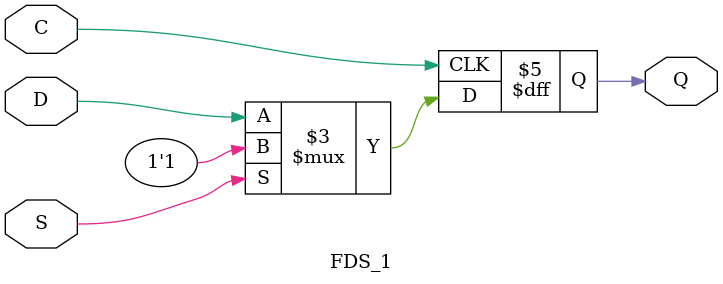
<source format=v>

/*

FUNCTION	: D-FLIP-FLOP with sync set

*/

`celldefine
`timescale  100 ps / 10 ps

module FDS_1 (Q, C, D, S);

    parameter INIT = 1'b1;

    output Q;
    reg    Q;

    input  C, D, S;

	always @(negedge C)
	    if (S)
		Q <= 1;
	    else
		Q <= D;

endmodule

</source>
